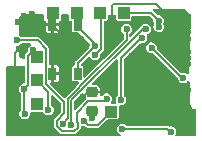
<source format=gbr>
%TF.GenerationSoftware,KiCad,Pcbnew,6.0.8*%
%TF.CreationDate,2022-11-02T10:42:09+03:00*%
%TF.ProjectId,esplog_hv,6573706c-6f67-45f6-9876-2e6b69636164,rev?*%
%TF.SameCoordinates,Original*%
%TF.FileFunction,Copper,L2,Bot*%
%TF.FilePolarity,Positive*%
%FSLAX46Y46*%
G04 Gerber Fmt 4.6, Leading zero omitted, Abs format (unit mm)*
G04 Created by KiCad (PCBNEW 6.0.8) date 2022-11-02 10:42:09*
%MOMM*%
%LPD*%
G01*
G04 APERTURE LIST*
G04 Aperture macros list*
%AMRoundRect*
0 Rectangle with rounded corners*
0 $1 Rounding radius*
0 $2 $3 $4 $5 $6 $7 $8 $9 X,Y pos of 4 corners*
0 Add a 4 corners polygon primitive as box body*
4,1,4,$2,$3,$4,$5,$6,$7,$8,$9,$2,$3,0*
0 Add four circle primitives for the rounded corners*
1,1,$1+$1,$2,$3*
1,1,$1+$1,$4,$5*
1,1,$1+$1,$6,$7*
1,1,$1+$1,$8,$9*
0 Add four rect primitives between the rounded corners*
20,1,$1+$1,$2,$3,$4,$5,0*
20,1,$1+$1,$4,$5,$6,$7,0*
20,1,$1+$1,$6,$7,$8,$9,0*
20,1,$1+$1,$8,$9,$2,$3,0*%
G04 Aperture macros list end*
%TA.AperFunction,SMDPad,CuDef*%
%ADD10R,1.000000X1.000000*%
%TD*%
%TA.AperFunction,SMDPad,CuDef*%
%ADD11R,0.650000X1.050000*%
%TD*%
%TA.AperFunction,SMDPad,CuDef*%
%ADD12RoundRect,0.218750X-0.256250X0.218750X-0.256250X-0.218750X0.256250X-0.218750X0.256250X0.218750X0*%
%TD*%
%TA.AperFunction,ViaPad*%
%ADD13C,0.600000*%
%TD*%
%TA.AperFunction,Conductor*%
%ADD14C,0.200000*%
%TD*%
%TA.AperFunction,Conductor*%
%ADD15C,0.150000*%
%TD*%
G04 APERTURE END LIST*
D10*
%TO.P,TP7,1,1*%
%TO.N,GND*%
X86842600Y-54737000D03*
%TD*%
D11*
%TO.P,SW1,1,1*%
%TO.N,/D+*%
X88976200Y-55702200D03*
X88976200Y-59852200D03*
%TO.P,SW1,2,2*%
%TO.N,GND*%
X86826200Y-59852200D03*
X86826200Y-55702200D03*
%TD*%
D10*
%TO.P,TP4,1,1*%
%TO.N,/D-*%
X90855800Y-54737000D03*
%TD*%
%TO.P,TP5,1,1*%
%TO.N,VCC*%
X92862400Y-54737000D03*
%TD*%
%TO.P,TP2,1,1*%
%TO.N,/D+*%
X88874600Y-54737000D03*
%TD*%
%TO.P,TP1,1,1*%
%TO.N,/GP3*%
X85496400Y-62458600D03*
%TD*%
%TO.P,TP3,1,1*%
%TO.N,/GP4*%
X85496400Y-60426600D03*
%TD*%
D12*
%TO.P,D2,1,K*%
%TO.N,GND*%
X90170000Y-61442500D03*
%TO.P,D2,2,A*%
%TO.N,/LED*%
X90170000Y-63017500D03*
%TD*%
D10*
%TO.P,TP6,1,1*%
%TO.N,+3V3*%
X85496400Y-58420000D03*
%TD*%
%TO.P,TP8,1,1*%
%TO.N,Net-(TP8-Pad1)*%
X91795600Y-63068200D03*
%TD*%
D13*
%TO.N,Net-(TP8-Pad1)*%
X89469856Y-63838677D03*
%TO.N,GND*%
X98323400Y-61264800D03*
X94792800Y-62026800D03*
X84251800Y-64643000D03*
X94234000Y-62026800D03*
X84029900Y-57741829D03*
X98298000Y-56921400D03*
X87165000Y-54979200D03*
X84785200Y-64643000D03*
X94081600Y-58394600D03*
X91536400Y-56763800D03*
X85318600Y-64643000D03*
X83947000Y-55473600D03*
X83642200Y-61137800D03*
X93548200Y-58394600D03*
X84404200Y-54991000D03*
X98323400Y-58521600D03*
X98298000Y-58013600D03*
X86826200Y-59852200D03*
X97104200Y-54610000D03*
X98298000Y-56337200D03*
X98221800Y-57480200D03*
X89255600Y-56946800D03*
X97713800Y-54610000D03*
X98323400Y-59080400D03*
X89418050Y-61833650D03*
X85090000Y-54838600D03*
X85877400Y-64643000D03*
X93700600Y-62001400D03*
%TO.N,+3V3*%
X92633800Y-62103000D03*
X84431912Y-61136507D03*
X94409149Y-56842549D03*
X85217000Y-57886600D03*
X92733400Y-64566800D03*
X96875600Y-64770000D03*
X84478900Y-63253480D03*
%TO.N,Net-(C9-Pad2)*%
X91414600Y-61976000D03*
X83820000Y-57048400D03*
%TO.N,/D-*%
X90424000Y-58293000D03*
%TO.N,/D+*%
X90415046Y-57519344D03*
%TO.N,/SCL*%
X94739525Y-56075900D03*
X88442224Y-64206014D03*
%TO.N,/SDA*%
X87706200Y-64084200D03*
X93109650Y-56117100D03*
%TO.N,/LED*%
X90170000Y-63652400D03*
%TO.N,VCC*%
X95834200Y-55372000D03*
X95834200Y-55880000D03*
%TO.N,/GP3*%
X85501228Y-62510328D03*
%TO.N,/GP4*%
X86490900Y-62928379D03*
%TO.N,Net-(IC1-Pad4)*%
X95224600Y-57658000D03*
X97927800Y-60203500D03*
%TD*%
D14*
%TO.N,Net-(TP8-Pad1)*%
X90686400Y-64177400D02*
X91795600Y-63068200D01*
X89808579Y-64177400D02*
X90686400Y-64177400D01*
X89469856Y-63838677D02*
X89808579Y-64177400D01*
%TO.N,GND*%
X86826200Y-55318000D02*
X87165000Y-54979200D01*
D15*
X95101693Y-57073800D02*
X97561400Y-57073800D01*
X94081600Y-58394600D02*
X93548200Y-58394600D01*
D14*
X89809200Y-61442500D02*
X89418050Y-61833650D01*
D15*
X94081600Y-58093893D02*
X95101693Y-57073800D01*
D14*
X91536400Y-56763800D02*
X91871800Y-56428400D01*
X91871800Y-54102000D02*
X91998800Y-53975000D01*
X86826200Y-55702200D02*
X86826200Y-55318000D01*
X95608000Y-53975000D02*
X97969000Y-56336000D01*
X91998800Y-53975000D02*
X95608000Y-53975000D01*
D15*
X97561400Y-57073800D02*
X98323400Y-57835800D01*
D14*
X91871800Y-56428400D02*
X91871800Y-54102000D01*
X89255600Y-56946800D02*
X88070800Y-56946800D01*
X83642200Y-61137800D02*
X83642200Y-58129529D01*
X90170000Y-61442500D02*
X89809200Y-61442500D01*
X98500000Y-56336000D02*
X98501200Y-56337200D01*
X97969000Y-56336000D02*
X98500000Y-56336000D01*
D15*
X94081600Y-58394600D02*
X94081600Y-58093893D01*
D14*
X88070800Y-56946800D02*
X86826200Y-55702200D01*
X83642200Y-58129529D02*
X84029900Y-57741829D01*
X86826200Y-55702200D02*
X86826200Y-59852200D01*
%TO.N,+3V3*%
X84771400Y-60797019D02*
X84431912Y-61136507D01*
X84431912Y-63206492D02*
X84478900Y-63253480D01*
X92733400Y-64566800D02*
X96568800Y-64566800D01*
X85217000Y-57886600D02*
X84771400Y-58332200D01*
X92633800Y-62103000D02*
X92633800Y-58566537D01*
X84431912Y-61136507D02*
X84431912Y-63206492D01*
X96568800Y-64566800D02*
X96899000Y-64897000D01*
X94357788Y-56842549D02*
X94409149Y-56842549D01*
X84771400Y-58332200D02*
X84771400Y-60797019D01*
X92633800Y-58566537D02*
X94357788Y-56842549D01*
%TO.N,Net-(C9-Pad2)*%
X87833200Y-63214737D02*
X87181200Y-63866737D01*
X88925400Y-63159543D02*
X89880343Y-62204600D01*
X87181200Y-63866737D02*
X87181200Y-64301663D01*
X88967224Y-63988551D02*
X88925400Y-63946727D01*
X87833200Y-63068200D02*
X87833200Y-63214737D01*
X87181200Y-64301663D02*
X87610551Y-64731014D01*
X87610551Y-64731014D02*
X88659687Y-64731014D01*
X83820000Y-57048400D02*
X85574800Y-57048400D01*
X89880343Y-62204600D02*
X91186000Y-62204600D01*
X87833200Y-62280800D02*
X87833200Y-63068200D01*
X88925400Y-63946727D02*
X88925400Y-63159543D01*
X86276200Y-57749800D02*
X86276200Y-60723800D01*
X88967224Y-64423477D02*
X88967224Y-63988551D01*
X86276200Y-60723800D02*
X87833200Y-62280800D01*
X88659687Y-64731014D02*
X88967224Y-64423477D01*
X85574800Y-57048400D02*
X86276200Y-57749800D01*
X91186000Y-62204600D02*
X91414600Y-61976000D01*
%TO.N,/D-*%
X90940046Y-57776954D02*
X90940046Y-54821246D01*
X90424000Y-58293000D02*
X90940046Y-57776954D01*
X90940046Y-54821246D02*
X90855800Y-54737000D01*
D15*
%TO.N,/D+*%
X88976200Y-59852200D02*
X88976200Y-58958190D01*
X88976200Y-58958190D02*
X90415046Y-57519344D01*
D14*
X88976200Y-55924937D02*
X88976200Y-55702200D01*
X90415046Y-57363783D02*
X88976200Y-55924937D01*
X90415046Y-57519344D02*
X90415046Y-57363783D01*
D15*
%TO.N,/SCL*%
X88442224Y-62103074D02*
X88442224Y-64206014D01*
X94469398Y-56075900D02*
X88442224Y-62103074D01*
X94739525Y-56075900D02*
X94469398Y-56075900D01*
%TO.N,/SDA*%
X88167224Y-61972176D02*
X89077800Y-61061600D01*
X93109650Y-56998668D02*
X93109650Y-56117100D01*
X89077800Y-61030518D02*
X93109650Y-56998668D01*
X89077800Y-61061600D02*
X89077800Y-61030518D01*
X87706200Y-64084200D02*
X88167224Y-63623176D01*
X88167224Y-63623176D02*
X88167224Y-63398400D01*
X88167224Y-63398400D02*
X88167224Y-61972176D01*
D14*
%TO.N,VCC*%
X95199200Y-54737000D02*
X92862400Y-54737000D01*
X95834200Y-55372000D02*
X95834200Y-55880000D01*
X95834200Y-55372000D02*
X95199200Y-54737000D01*
%TO.N,/GP4*%
X86490900Y-62928379D02*
X86490900Y-61421100D01*
X86490900Y-61421100D02*
X85496400Y-60426600D01*
%TO.N,Net-(IC1-Pad4)*%
X97770100Y-60203500D02*
X97927800Y-60203500D01*
X95224600Y-57658000D02*
X97770100Y-60203500D01*
%TD*%
%TA.AperFunction,Conductor*%
%TO.N,GND*%
G36*
X98038585Y-54374794D02*
G01*
X98047075Y-54381628D01*
X98492924Y-54782892D01*
X98523529Y-54835873D01*
X98525676Y-54858494D01*
X98425000Y-59791600D01*
X98425019Y-59792580D01*
X98425019Y-59792605D01*
X98425601Y-59822567D01*
X98407827Y-59881114D01*
X98359034Y-59918031D01*
X98297860Y-59919219D01*
X98251622Y-59889111D01*
X98226993Y-59860528D01*
X98221076Y-59856693D01*
X98221074Y-59856691D01*
X98124624Y-59794177D01*
X98118706Y-59790341D01*
X98111950Y-59788321D01*
X98111949Y-59788320D01*
X98054888Y-59771255D01*
X97995073Y-59753366D01*
X97918444Y-59752898D01*
X97873082Y-59752621D01*
X97866031Y-59752578D01*
X97859254Y-59754515D01*
X97859253Y-59754515D01*
X97772262Y-59779377D01*
X97711116Y-59777188D01*
X97675053Y-59754192D01*
X95702784Y-57781924D01*
X95675007Y-57727407D01*
X95675160Y-57695496D01*
X95678962Y-57672894D01*
X95679597Y-57669120D01*
X95679733Y-57658000D01*
X95661439Y-57530259D01*
X95618794Y-57436466D01*
X95610949Y-57419212D01*
X95610948Y-57419211D01*
X95608028Y-57412788D01*
X95523793Y-57315028D01*
X95517876Y-57311193D01*
X95517874Y-57311191D01*
X95421424Y-57248677D01*
X95415506Y-57244841D01*
X95408750Y-57242821D01*
X95408749Y-57242820D01*
X95365935Y-57230016D01*
X95291873Y-57207866D01*
X95215244Y-57207398D01*
X95169882Y-57207121D01*
X95162831Y-57207078D01*
X95156054Y-57209015D01*
X95156053Y-57209015D01*
X95045535Y-57240601D01*
X95045533Y-57240602D01*
X95038755Y-57242539D01*
X94929619Y-57311399D01*
X94844196Y-57408122D01*
X94789354Y-57524932D01*
X94769501Y-57652440D01*
X94770416Y-57659437D01*
X94770416Y-57659438D01*
X94771682Y-57669120D01*
X94786233Y-57780394D01*
X94789071Y-57786845D01*
X94789072Y-57786847D01*
X94835364Y-57892054D01*
X94838205Y-57898510D01*
X94861966Y-57926777D01*
X94916700Y-57991892D01*
X94916703Y-57991894D01*
X94921239Y-57997291D01*
X95028660Y-58068796D01*
X95035388Y-58070898D01*
X95035390Y-58070899D01*
X95090246Y-58088037D01*
X95151833Y-58107278D01*
X95280855Y-58109643D01*
X95280802Y-58112537D01*
X95328609Y-58121753D01*
X95350750Y-58138410D01*
X96405202Y-59192863D01*
X97458296Y-60245957D01*
X97486456Y-60303126D01*
X97489433Y-60325894D01*
X97492273Y-60332348D01*
X97492274Y-60332352D01*
X97533639Y-60426361D01*
X97541405Y-60444010D01*
X97581008Y-60491123D01*
X97619900Y-60537392D01*
X97619903Y-60537394D01*
X97624439Y-60542791D01*
X97731860Y-60614296D01*
X97738588Y-60616398D01*
X97738590Y-60616399D01*
X97786142Y-60631255D01*
X97855033Y-60652778D01*
X97919544Y-60653961D01*
X97977002Y-60655014D01*
X97977004Y-60655014D01*
X97984055Y-60655143D01*
X97990858Y-60653288D01*
X97990860Y-60653288D01*
X98032628Y-60641900D01*
X98108555Y-60621200D01*
X98218524Y-60553679D01*
X98249944Y-60518967D01*
X98267618Y-60499441D01*
X98320686Y-60468987D01*
X98381520Y-60475542D01*
X98426882Y-60516602D01*
X98439997Y-60563955D01*
X98460274Y-61608211D01*
X98475800Y-62407800D01*
X98481812Y-62418488D01*
X98678058Y-62767369D01*
X98704400Y-62814200D01*
X98713884Y-62814652D01*
X98713886Y-62814652D01*
X98849861Y-62821126D01*
X98893009Y-62823181D01*
X98950234Y-62844835D01*
X98983803Y-62895989D01*
X98987300Y-62922069D01*
X98987300Y-65080900D01*
X98968393Y-65139091D01*
X98918893Y-65175055D01*
X98888300Y-65179900D01*
X97333094Y-65179900D01*
X97274903Y-65160993D01*
X97238939Y-65111493D01*
X97238939Y-65050307D01*
X97249889Y-65027858D01*
X97252922Y-65024507D01*
X97262832Y-65004054D01*
X97306112Y-64914724D01*
X97306112Y-64914723D01*
X97309188Y-64908375D01*
X97330597Y-64781120D01*
X97330733Y-64770000D01*
X97312439Y-64642259D01*
X97272431Y-64554266D01*
X97261949Y-64531212D01*
X97261948Y-64531211D01*
X97259028Y-64524788D01*
X97180570Y-64433732D01*
X97179398Y-64432372D01*
X97179397Y-64432371D01*
X97174793Y-64427028D01*
X97168876Y-64423193D01*
X97168874Y-64423191D01*
X97089858Y-64371977D01*
X97066506Y-64356841D01*
X97059750Y-64354821D01*
X97059749Y-64354820D01*
X97010663Y-64340140D01*
X96942873Y-64319866D01*
X96866244Y-64319398D01*
X96820882Y-64319121D01*
X96813831Y-64319078D01*
X96807055Y-64321015D01*
X96807052Y-64321015D01*
X96740135Y-64340140D01*
X96675044Y-64336415D01*
X96674648Y-64336251D01*
X96666541Y-64330834D01*
X96568800Y-64311392D01*
X96559238Y-64313294D01*
X96553688Y-64314398D01*
X96534374Y-64316300D01*
X93157650Y-64316300D01*
X93099459Y-64297393D01*
X93082651Y-64281923D01*
X93037198Y-64229172D01*
X93037197Y-64229171D01*
X93032593Y-64223828D01*
X93026676Y-64219993D01*
X93026674Y-64219991D01*
X92930224Y-64157477D01*
X92924306Y-64153641D01*
X92917550Y-64151621D01*
X92917549Y-64151620D01*
X92874735Y-64138816D01*
X92800673Y-64116666D01*
X92724044Y-64116198D01*
X92678682Y-64115921D01*
X92671631Y-64115878D01*
X92664854Y-64117815D01*
X92664853Y-64117815D01*
X92554335Y-64149401D01*
X92554333Y-64149402D01*
X92547555Y-64151339D01*
X92438419Y-64220199D01*
X92352996Y-64316922D01*
X92298154Y-64433732D01*
X92278301Y-64561240D01*
X92295033Y-64689194D01*
X92297871Y-64695645D01*
X92297872Y-64695647D01*
X92330588Y-64770000D01*
X92347005Y-64807310D01*
X92382775Y-64849864D01*
X92425500Y-64900692D01*
X92425503Y-64900694D01*
X92430039Y-64906091D01*
X92537460Y-64977596D01*
X92544187Y-64979698D01*
X92544192Y-64979700D01*
X92565652Y-64986404D01*
X92615557Y-65021804D01*
X92635124Y-65079776D01*
X92616878Y-65138178D01*
X92567789Y-65174701D01*
X92536130Y-65179900D01*
X88692173Y-65179900D01*
X88665985Y-65171391D01*
X88627201Y-65179900D01*
X87643037Y-65179900D01*
X87616847Y-65171391D01*
X87578065Y-65179900D01*
X83001100Y-65179900D01*
X82942909Y-65160993D01*
X82906945Y-65111493D01*
X82902100Y-65080900D01*
X82902100Y-59331800D01*
X82921007Y-59273609D01*
X82970507Y-59237645D01*
X83001100Y-59232800D01*
X83997800Y-59232800D01*
X83997830Y-59227696D01*
X84009656Y-59223853D01*
X84035131Y-59205345D01*
X84063593Y-59200523D01*
X84419771Y-59192863D01*
X84478355Y-59210515D01*
X84515375Y-59259230D01*
X84520900Y-59291840D01*
X84520900Y-60586899D01*
X84501993Y-60645090D01*
X84452493Y-60681054D01*
X84421296Y-60685897D01*
X84377195Y-60685628D01*
X84370143Y-60685585D01*
X84363366Y-60687522D01*
X84363365Y-60687522D01*
X84252847Y-60719108D01*
X84252845Y-60719109D01*
X84246067Y-60721046D01*
X84136931Y-60789906D01*
X84051508Y-60886629D01*
X83996666Y-61003439D01*
X83976813Y-61130947D01*
X83993545Y-61258901D01*
X83996383Y-61265352D01*
X83996384Y-61265354D01*
X84030329Y-61342500D01*
X84045517Y-61377017D01*
X84087034Y-61426408D01*
X84124012Y-61470399D01*
X84124015Y-61470401D01*
X84128551Y-61475798D01*
X84134421Y-61479705D01*
X84134425Y-61479709D01*
X84137268Y-61481601D01*
X84139024Y-61483821D01*
X84139681Y-61484408D01*
X84139579Y-61484522D01*
X84175232Y-61529584D01*
X84181412Y-61564013D01*
X84181412Y-62872259D01*
X84162505Y-62930450D01*
X84156616Y-62937794D01*
X84098496Y-63003602D01*
X84043654Y-63120412D01*
X84023801Y-63247920D01*
X84024716Y-63254917D01*
X84024716Y-63254918D01*
X84026383Y-63267669D01*
X84040533Y-63375874D01*
X84043371Y-63382325D01*
X84043372Y-63382327D01*
X84077297Y-63459428D01*
X84092505Y-63493990D01*
X84131718Y-63540639D01*
X84171000Y-63587372D01*
X84171003Y-63587374D01*
X84175539Y-63592771D01*
X84282960Y-63664276D01*
X84289688Y-63666378D01*
X84289690Y-63666379D01*
X84344547Y-63683517D01*
X84406133Y-63702758D01*
X84470644Y-63703940D01*
X84528102Y-63704994D01*
X84528104Y-63704994D01*
X84535155Y-63705123D01*
X84541958Y-63703268D01*
X84541960Y-63703268D01*
X84587500Y-63690852D01*
X84659655Y-63671180D01*
X84769624Y-63603659D01*
X84784366Y-63587372D01*
X84851490Y-63513215D01*
X84851490Y-63513214D01*
X84856222Y-63507987D01*
X84912488Y-63391855D01*
X84932778Y-63271251D01*
X84933263Y-63268371D01*
X84933263Y-63268366D01*
X84933897Y-63264600D01*
X84934033Y-63253480D01*
X84929544Y-63222135D01*
X84940011Y-63161851D01*
X84983912Y-63119233D01*
X85027544Y-63109100D01*
X86011220Y-63109100D01*
X86011220Y-63110977D01*
X86063576Y-63122475D01*
X86095302Y-63158085D01*
X86097937Y-63156445D01*
X86101664Y-63162432D01*
X86104505Y-63168889D01*
X86146022Y-63218279D01*
X86183000Y-63262271D01*
X86183003Y-63262273D01*
X86187539Y-63267670D01*
X86294960Y-63339175D01*
X86301688Y-63341277D01*
X86301690Y-63341278D01*
X86329938Y-63350103D01*
X86418133Y-63377657D01*
X86482644Y-63378839D01*
X86540102Y-63379893D01*
X86540104Y-63379893D01*
X86547155Y-63380022D01*
X86553958Y-63378167D01*
X86553960Y-63378167D01*
X86604312Y-63364439D01*
X86671655Y-63346079D01*
X86781624Y-63278558D01*
X86803022Y-63254918D01*
X86863490Y-63188114D01*
X86863490Y-63188113D01*
X86868222Y-63182886D01*
X86903971Y-63109100D01*
X86921412Y-63073103D01*
X86921412Y-63073102D01*
X86924488Y-63066754D01*
X86945897Y-62939499D01*
X86946033Y-62928379D01*
X86927739Y-62800638D01*
X86874328Y-62683167D01*
X86790093Y-62585407D01*
X86784178Y-62581573D01*
X86778858Y-62576932D01*
X86780249Y-62575338D01*
X86748010Y-62535606D01*
X86741400Y-62500037D01*
X86741400Y-61782268D01*
X86760307Y-61724077D01*
X86809807Y-61688113D01*
X86870993Y-61688113D01*
X86910403Y-61712264D01*
X87553704Y-62355565D01*
X87581481Y-62410082D01*
X87582700Y-62425569D01*
X87582700Y-63069969D01*
X87563793Y-63128160D01*
X87553704Y-63139973D01*
X87028413Y-63665264D01*
X87013410Y-63677576D01*
X87000599Y-63686136D01*
X86966213Y-63737599D01*
X86945234Y-63768996D01*
X86925792Y-63866737D01*
X86927694Y-63876299D01*
X86928798Y-63881849D01*
X86930700Y-63901163D01*
X86930700Y-64267237D01*
X86928798Y-64286551D01*
X86925792Y-64301663D01*
X86927694Y-64311225D01*
X86943175Y-64389051D01*
X86945234Y-64399404D01*
X86950653Y-64407514D01*
X86961267Y-64423399D01*
X86967555Y-64432809D01*
X87000599Y-64482264D01*
X87008708Y-64487682D01*
X87008709Y-64487683D01*
X87013410Y-64490824D01*
X87028413Y-64503136D01*
X87409078Y-64883801D01*
X87421390Y-64898804D01*
X87422652Y-64900692D01*
X87429950Y-64911615D01*
X87438059Y-64917033D01*
X87483012Y-64947069D01*
X87483014Y-64947072D01*
X87483015Y-64947071D01*
X87512810Y-64966980D01*
X87566180Y-64977596D01*
X87597379Y-64983802D01*
X87608931Y-64990271D01*
X87623718Y-64983803D01*
X87625658Y-64983417D01*
X87644977Y-64981514D01*
X88625261Y-64981514D01*
X88644580Y-64983417D01*
X88646520Y-64983803D01*
X88658069Y-64990271D01*
X88672859Y-64983802D01*
X88704058Y-64977596D01*
X88757428Y-64966980D01*
X88787223Y-64947071D01*
X88787223Y-64947072D01*
X88787226Y-64947069D01*
X88832179Y-64917033D01*
X88840288Y-64911615D01*
X88847587Y-64900692D01*
X88848848Y-64898804D01*
X88861160Y-64883801D01*
X89120011Y-64624950D01*
X89135014Y-64612638D01*
X89139715Y-64609497D01*
X89139716Y-64609496D01*
X89147825Y-64604078D01*
X89192224Y-64537629D01*
X89203190Y-64521218D01*
X89222632Y-64423477D01*
X89219626Y-64408365D01*
X89217724Y-64389051D01*
X89217724Y-64366567D01*
X89236631Y-64308376D01*
X89286131Y-64272412D01*
X89346246Y-64272071D01*
X89390356Y-64285852D01*
X89390360Y-64285853D01*
X89397089Y-64287955D01*
X89526111Y-64290320D01*
X89526058Y-64293214D01*
X89573865Y-64302430D01*
X89596003Y-64319085D01*
X89607110Y-64330192D01*
X89619418Y-64345190D01*
X89627978Y-64358001D01*
X89648895Y-64371977D01*
X89648896Y-64371978D01*
X89710839Y-64413366D01*
X89808579Y-64432809D01*
X89818141Y-64430907D01*
X89818147Y-64430907D01*
X89823695Y-64429803D01*
X89843010Y-64427900D01*
X90651974Y-64427900D01*
X90671288Y-64429802D01*
X90686400Y-64432808D01*
X90695962Y-64430906D01*
X90774576Y-64415269D01*
X90774578Y-64415268D01*
X90784141Y-64413366D01*
X90792900Y-64407514D01*
X90824799Y-64386199D01*
X90858891Y-64363420D01*
X90858892Y-64363419D01*
X90867001Y-64358001D01*
X90875561Y-64345190D01*
X90887873Y-64330187D01*
X91470365Y-63747696D01*
X91524882Y-63719919D01*
X91540369Y-63718700D01*
X92310420Y-63718700D01*
X92315178Y-63717753D01*
X92315183Y-63717753D01*
X92344761Y-63711869D01*
X92344762Y-63711869D01*
X92354322Y-63709967D01*
X92404104Y-63676704D01*
X92420384Y-63652339D01*
X92431951Y-63635028D01*
X92431951Y-63635027D01*
X92437367Y-63626922D01*
X92441260Y-63607351D01*
X92445153Y-63587783D01*
X92445153Y-63587778D01*
X92446100Y-63583020D01*
X92446100Y-62648975D01*
X92465007Y-62590784D01*
X92514507Y-62554820D01*
X92558366Y-62551445D01*
X92561033Y-62552278D01*
X92619358Y-62553347D01*
X92683002Y-62554514D01*
X92683004Y-62554514D01*
X92690055Y-62554643D01*
X92696858Y-62552788D01*
X92696860Y-62552788D01*
X92738628Y-62541400D01*
X92814555Y-62520700D01*
X92924524Y-62453179D01*
X92957089Y-62417202D01*
X93006390Y-62362735D01*
X93006390Y-62362734D01*
X93011122Y-62357507D01*
X93067388Y-62241375D01*
X93088797Y-62114120D01*
X93088933Y-62103000D01*
X93070639Y-61975259D01*
X93036365Y-61899878D01*
X93020149Y-61864212D01*
X93020148Y-61864211D01*
X93017228Y-61857788D01*
X92932993Y-61760028D01*
X92927078Y-61756194D01*
X92921758Y-61751553D01*
X92923149Y-61749959D01*
X92890910Y-61710227D01*
X92884300Y-61674658D01*
X92884300Y-58711305D01*
X92903207Y-58653114D01*
X92913296Y-58641301D01*
X94238080Y-57316517D01*
X94292597Y-57288740D01*
X94323911Y-57288794D01*
X94329647Y-57289723D01*
X94336382Y-57291827D01*
X94405983Y-57293103D01*
X94458351Y-57294063D01*
X94458353Y-57294063D01*
X94465404Y-57294192D01*
X94472207Y-57292337D01*
X94472209Y-57292337D01*
X94538351Y-57274304D01*
X94589904Y-57260249D01*
X94699873Y-57192728D01*
X94786471Y-57097056D01*
X94842737Y-56980924D01*
X94855466Y-56905262D01*
X94863512Y-56857440D01*
X94863512Y-56857435D01*
X94864146Y-56853669D01*
X94864282Y-56842549D01*
X94845988Y-56714808D01*
X94812843Y-56641909D01*
X94805970Y-56581112D01*
X94836145Y-56527885D01*
X94876925Y-56505420D01*
X94920280Y-56493600D01*
X95030249Y-56426079D01*
X95056926Y-56396607D01*
X95112115Y-56335635D01*
X95112115Y-56335634D01*
X95116847Y-56330407D01*
X95173113Y-56214275D01*
X95187591Y-56128220D01*
X95193888Y-56090791D01*
X95193888Y-56090786D01*
X95194522Y-56087020D01*
X95194658Y-56075900D01*
X95176364Y-55948159D01*
X95122953Y-55830688D01*
X95038718Y-55732928D01*
X95032801Y-55729093D01*
X95032799Y-55729091D01*
X94936349Y-55666577D01*
X94930431Y-55662741D01*
X94923675Y-55660721D01*
X94923674Y-55660720D01*
X94880694Y-55647866D01*
X94806798Y-55625766D01*
X94730169Y-55625298D01*
X94684807Y-55625021D01*
X94677756Y-55624978D01*
X94670979Y-55626915D01*
X94670978Y-55626915D01*
X94560460Y-55658501D01*
X94560458Y-55658502D01*
X94553680Y-55660439D01*
X94547716Y-55664202D01*
X94543335Y-55666966D01*
X94444544Y-55729299D01*
X94359121Y-55826022D01*
X94356126Y-55832402D01*
X94356123Y-55832406D01*
X94333414Y-55880776D01*
X94312096Y-55906566D01*
X94313456Y-55907790D01*
X94306492Y-55915525D01*
X94298075Y-55921640D01*
X94292872Y-55930652D01*
X94287089Y-55937075D01*
X94279738Y-55946655D01*
X93504154Y-56722239D01*
X93449637Y-56750016D01*
X93389205Y-56740445D01*
X93345940Y-56697180D01*
X93335150Y-56652235D01*
X93335150Y-56562712D01*
X93354057Y-56504521D01*
X93382347Y-56478348D01*
X93400374Y-56467279D01*
X93437510Y-56426252D01*
X93482240Y-56376835D01*
X93482240Y-56376834D01*
X93486972Y-56371607D01*
X93543238Y-56255475D01*
X93562710Y-56139735D01*
X93564013Y-56131991D01*
X93564013Y-56131986D01*
X93564647Y-56128220D01*
X93564783Y-56117100D01*
X93546489Y-55989359D01*
X93500085Y-55887299D01*
X93495999Y-55878312D01*
X93495998Y-55878311D01*
X93493078Y-55871888D01*
X93408843Y-55774128D01*
X93402926Y-55770293D01*
X93402924Y-55770291D01*
X93306474Y-55707777D01*
X93300556Y-55703941D01*
X93293800Y-55701921D01*
X93293799Y-55701920D01*
X93250985Y-55689116D01*
X93176923Y-55666966D01*
X93100294Y-55666498D01*
X93054932Y-55666221D01*
X93047881Y-55666178D01*
X93041104Y-55668115D01*
X93041103Y-55668115D01*
X92930585Y-55699701D01*
X92930583Y-55699702D01*
X92923805Y-55701639D01*
X92814669Y-55770499D01*
X92729246Y-55867222D01*
X92674404Y-55984032D01*
X92654551Y-56111540D01*
X92655466Y-56118537D01*
X92655466Y-56118538D01*
X92656430Y-56125909D01*
X92671283Y-56239494D01*
X92674121Y-56245945D01*
X92674122Y-56245947D01*
X92720414Y-56351154D01*
X92723255Y-56357610D01*
X92764516Y-56406696D01*
X92801750Y-56450992D01*
X92801753Y-56450994D01*
X92806289Y-56456391D01*
X92839271Y-56478345D01*
X92840007Y-56478835D01*
X92877971Y-56526818D01*
X92884150Y-56561247D01*
X92884150Y-56864254D01*
X92865243Y-56922445D01*
X92855154Y-56934258D01*
X91190087Y-58599326D01*
X89620704Y-60168709D01*
X89566187Y-60196486D01*
X89505755Y-60186915D01*
X89462490Y-60143650D01*
X89451700Y-60098705D01*
X89451700Y-59312380D01*
X89442967Y-59268478D01*
X89409704Y-59218696D01*
X89371042Y-59192863D01*
X89368028Y-59190849D01*
X89368027Y-59190849D01*
X89359922Y-59185433D01*
X89350362Y-59183531D01*
X89350361Y-59183531D01*
X89320783Y-59177647D01*
X89320778Y-59177647D01*
X89316020Y-59176700D01*
X89311163Y-59176700D01*
X89306318Y-59176223D01*
X89306560Y-59173762D01*
X89257413Y-59157793D01*
X89221449Y-59108293D01*
X89221449Y-59047107D01*
X89245600Y-59007696D01*
X89838158Y-58415138D01*
X89892675Y-58387361D01*
X89953107Y-58396932D01*
X89998778Y-58445270D01*
X90034764Y-58527054D01*
X90037605Y-58533510D01*
X90062698Y-58563362D01*
X90116100Y-58626892D01*
X90116103Y-58626894D01*
X90120639Y-58632291D01*
X90228060Y-58703796D01*
X90234788Y-58705898D01*
X90234790Y-58705899D01*
X90279644Y-58719912D01*
X90351233Y-58742278D01*
X90415744Y-58743461D01*
X90473202Y-58744514D01*
X90473204Y-58744514D01*
X90480255Y-58744643D01*
X90487058Y-58742788D01*
X90487060Y-58742788D01*
X90528828Y-58731400D01*
X90604755Y-58710700D01*
X90714724Y-58643179D01*
X90724579Y-58632291D01*
X90796590Y-58552735D01*
X90796590Y-58552734D01*
X90801322Y-58547507D01*
X90857588Y-58431375D01*
X90878997Y-58304120D01*
X90879133Y-58293000D01*
X90873517Y-58253785D01*
X90883984Y-58193502D01*
X90901513Y-58169747D01*
X91092833Y-57978427D01*
X91107836Y-57966115D01*
X91112537Y-57962974D01*
X91112538Y-57962973D01*
X91120647Y-57957555D01*
X91172573Y-57879841D01*
X91176012Y-57874695D01*
X91195454Y-57776954D01*
X91192448Y-57761842D01*
X91190546Y-57742528D01*
X91190546Y-55486500D01*
X91209453Y-55428309D01*
X91258953Y-55392345D01*
X91289546Y-55387500D01*
X91370620Y-55387500D01*
X91375378Y-55386553D01*
X91375383Y-55386553D01*
X91404961Y-55380669D01*
X91404962Y-55380669D01*
X91414522Y-55378767D01*
X91423031Y-55373082D01*
X91456194Y-55350923D01*
X91464304Y-55345504D01*
X91497567Y-55295722D01*
X91506300Y-55251820D01*
X91506300Y-54960234D01*
X91525207Y-54902043D01*
X91574707Y-54866079D01*
X91605595Y-54861234D01*
X92113196Y-54862749D01*
X92171330Y-54881830D01*
X92207145Y-54931437D01*
X92211900Y-54961749D01*
X92211900Y-55251820D01*
X92220633Y-55295722D01*
X92253896Y-55345504D01*
X92262006Y-55350923D01*
X92295170Y-55373082D01*
X92303678Y-55378767D01*
X92313238Y-55380669D01*
X92313239Y-55380669D01*
X92342817Y-55386553D01*
X92342822Y-55386553D01*
X92347580Y-55387500D01*
X93377220Y-55387500D01*
X93381978Y-55386553D01*
X93381983Y-55386553D01*
X93411561Y-55380669D01*
X93411562Y-55380669D01*
X93421122Y-55378767D01*
X93429631Y-55373082D01*
X93462794Y-55350923D01*
X93470904Y-55345504D01*
X93504167Y-55295722D01*
X93512900Y-55251820D01*
X93512900Y-55086500D01*
X93531807Y-55028309D01*
X93581307Y-54992345D01*
X93611900Y-54987500D01*
X95054433Y-54987500D01*
X95112624Y-55006407D01*
X95124437Y-55016497D01*
X95356385Y-55248446D01*
X95384162Y-55302962D01*
X95384202Y-55333678D01*
X95379101Y-55366440D01*
X95380016Y-55373437D01*
X95380016Y-55373438D01*
X95380962Y-55380669D01*
X95395833Y-55494394D01*
X95398671Y-55500845D01*
X95398672Y-55500847D01*
X95436575Y-55586988D01*
X95442705Y-55647866D01*
X95435574Y-55668933D01*
X95398954Y-55746932D01*
X95379101Y-55874440D01*
X95380016Y-55881437D01*
X95380016Y-55881438D01*
X95381282Y-55891120D01*
X95395833Y-56002394D01*
X95398671Y-56008845D01*
X95398672Y-56008847D01*
X95443858Y-56111540D01*
X95447805Y-56120510D01*
X95489322Y-56169901D01*
X95526300Y-56213892D01*
X95526303Y-56213894D01*
X95530839Y-56219291D01*
X95638260Y-56290796D01*
X95644988Y-56292898D01*
X95644990Y-56292899D01*
X95699846Y-56310037D01*
X95761433Y-56329278D01*
X95825944Y-56330460D01*
X95883402Y-56331514D01*
X95883404Y-56331514D01*
X95890455Y-56331643D01*
X95897258Y-56329788D01*
X95897260Y-56329788D01*
X95957581Y-56313342D01*
X96014955Y-56297700D01*
X96124924Y-56230179D01*
X96211522Y-56134507D01*
X96267788Y-56018375D01*
X96281466Y-55937075D01*
X96288563Y-55894891D01*
X96288563Y-55894886D01*
X96289197Y-55891120D01*
X96289333Y-55880000D01*
X96271039Y-55752259D01*
X96232781Y-55668115D01*
X96231968Y-55666327D01*
X96225095Y-55605529D01*
X96232996Y-55582185D01*
X96264712Y-55516724D01*
X96264712Y-55516723D01*
X96267788Y-55510375D01*
X96278796Y-55444941D01*
X96288563Y-55386891D01*
X96288563Y-55386886D01*
X96289197Y-55383120D01*
X96289333Y-55372000D01*
X96271039Y-55244259D01*
X96217628Y-55126788D01*
X96133393Y-55029028D01*
X96127476Y-55025193D01*
X96127474Y-55025191D01*
X96031024Y-54962677D01*
X96025106Y-54958841D01*
X96018350Y-54956821D01*
X96018349Y-54956820D01*
X95974252Y-54943632D01*
X95901473Y-54921866D01*
X95777978Y-54921112D01*
X95719903Y-54901850D01*
X95708578Y-54892118D01*
X95400673Y-54584213D01*
X95388361Y-54569210D01*
X95385218Y-54564506D01*
X95385217Y-54564505D01*
X95379801Y-54556399D01*
X95371693Y-54550981D01*
X95364799Y-54544088D01*
X95366000Y-54542887D01*
X95335268Y-54503910D01*
X95332861Y-54442772D01*
X95366850Y-54391895D01*
X95427587Y-54370639D01*
X96735393Y-54363250D01*
X97980290Y-54356216D01*
X98038585Y-54374794D01*
G37*
%TD.AperFunction*%
%TA.AperFunction,Conductor*%
G36*
X89440946Y-61520001D02*
G01*
X89484211Y-61563266D01*
X89495001Y-61608211D01*
X89495001Y-61690312D01*
X89495610Y-61698054D01*
X89509312Y-61784570D01*
X89514067Y-61799203D01*
X89567215Y-61903514D01*
X89576257Y-61915959D01*
X89625487Y-61965189D01*
X89653264Y-62019706D01*
X89643693Y-62080138D01*
X89625490Y-62105193D01*
X88836728Y-62893955D01*
X88782211Y-62921732D01*
X88721779Y-62912161D01*
X88678514Y-62868896D01*
X88667724Y-62823951D01*
X88667724Y-62237488D01*
X88686631Y-62179297D01*
X88696720Y-62167484D01*
X89325997Y-61538207D01*
X89380514Y-61510430D01*
X89440946Y-61520001D01*
G37*
%TD.AperFunction*%
%TA.AperFunction,Conductor*%
G36*
X92329245Y-58631702D02*
G01*
X92372510Y-58674967D01*
X92383300Y-58719912D01*
X92383300Y-61674110D01*
X92364393Y-61732301D01*
X92348466Y-61749501D01*
X92344782Y-61752636D01*
X92338819Y-61756399D01*
X92253396Y-61853122D01*
X92198554Y-61969932D01*
X92178701Y-62097440D01*
X92179616Y-62104437D01*
X92179616Y-62104438D01*
X92181375Y-62117891D01*
X92195433Y-62225394D01*
X92198272Y-62231846D01*
X92198273Y-62231850D01*
X92218944Y-62278829D01*
X92225074Y-62339706D01*
X92194250Y-62392560D01*
X92138246Y-62417202D01*
X92128328Y-62417700D01*
X91845627Y-62417700D01*
X91787436Y-62398793D01*
X91751472Y-62349293D01*
X91751472Y-62288107D01*
X91772229Y-62252265D01*
X91787187Y-62235739D01*
X91787189Y-62235736D01*
X91791922Y-62230507D01*
X91848188Y-62114375D01*
X91869597Y-61987120D01*
X91869733Y-61976000D01*
X91851439Y-61848259D01*
X91806536Y-61749501D01*
X91800949Y-61737212D01*
X91800948Y-61737211D01*
X91798028Y-61730788D01*
X91713793Y-61633028D01*
X91707876Y-61629193D01*
X91707874Y-61629191D01*
X91611424Y-61566677D01*
X91605506Y-61562841D01*
X91598750Y-61560821D01*
X91598749Y-61560820D01*
X91523137Y-61538207D01*
X91481873Y-61525866D01*
X91405244Y-61525398D01*
X91359882Y-61525121D01*
X91352831Y-61525078D01*
X91346054Y-61527015D01*
X91346053Y-61527015D01*
X91235535Y-61558601D01*
X91235533Y-61558602D01*
X91228755Y-61560539D01*
X91119619Y-61629399D01*
X91034196Y-61726122D01*
X91031200Y-61732504D01*
X91027326Y-61738401D01*
X91024814Y-61736751D01*
X90991756Y-61772005D01*
X90931663Y-61783513D01*
X90876282Y-61757502D01*
X90846767Y-61703906D01*
X90845000Y-61685285D01*
X90845000Y-61558180D01*
X90840878Y-61545495D01*
X90836757Y-61542500D01*
X90169000Y-61542500D01*
X90110809Y-61523593D01*
X90074845Y-61474093D01*
X90070000Y-61443500D01*
X90070000Y-61441500D01*
X90088907Y-61383309D01*
X90138407Y-61347345D01*
X90169000Y-61342500D01*
X90829319Y-61342500D01*
X90842004Y-61338378D01*
X90844999Y-61334257D01*
X90844999Y-61194688D01*
X90844390Y-61186946D01*
X90830688Y-61100430D01*
X90825933Y-61085797D01*
X90772785Y-60981486D01*
X90763743Y-60969041D01*
X90680959Y-60886257D01*
X90668514Y-60877215D01*
X90564204Y-60824067D01*
X90549569Y-60819312D01*
X90463053Y-60805609D01*
X90455314Y-60805000D01*
X90298212Y-60805000D01*
X90240021Y-60786093D01*
X90204057Y-60736593D01*
X90204057Y-60675407D01*
X90228208Y-60635996D01*
X92214296Y-58649908D01*
X92268813Y-58622131D01*
X92329245Y-58631702D01*
G37*
%TD.AperFunction*%
%TA.AperFunction,Conductor*%
G36*
X85305626Y-54842428D02*
G01*
X86043896Y-54844632D01*
X86102030Y-54863713D01*
X86137845Y-54913321D01*
X86142600Y-54943632D01*
X86142600Y-55251840D01*
X86143548Y-55261462D01*
X86152302Y-55305474D01*
X86159621Y-55323142D01*
X86192989Y-55373082D01*
X86206518Y-55386611D01*
X86257201Y-55420476D01*
X86295081Y-55468526D01*
X86301200Y-55502792D01*
X86301200Y-55586520D01*
X86305322Y-55599205D01*
X86309443Y-55602200D01*
X86710520Y-55602200D01*
X86723205Y-55598078D01*
X86726200Y-55593957D01*
X86726200Y-54983697D01*
X86741423Y-54936846D01*
X86742600Y-54929411D01*
X86742600Y-54846718D01*
X86942600Y-54847315D01*
X86942600Y-55430503D01*
X86927377Y-55477354D01*
X86926200Y-55484789D01*
X86926200Y-55586520D01*
X86930322Y-55599205D01*
X86934443Y-55602200D01*
X87335520Y-55602200D01*
X87348205Y-55598078D01*
X87351200Y-55593957D01*
X87351200Y-55518248D01*
X87370107Y-55460057D01*
X87412315Y-55426783D01*
X87428745Y-55419978D01*
X87478682Y-55386611D01*
X87492211Y-55373082D01*
X87525579Y-55323142D01*
X87532898Y-55305474D01*
X87541652Y-55261462D01*
X87542600Y-55251840D01*
X87542600Y-54948402D01*
X87561507Y-54890211D01*
X87611007Y-54854247D01*
X87641895Y-54849402D01*
X88125396Y-54850845D01*
X88183530Y-54869926D01*
X88219345Y-54919533D01*
X88224100Y-54949845D01*
X88224100Y-55251820D01*
X88232833Y-55295722D01*
X88266096Y-55345504D01*
X88274206Y-55350923D01*
X88307370Y-55373082D01*
X88315878Y-55378767D01*
X88325438Y-55380669D01*
X88325439Y-55380669D01*
X88355017Y-55386553D01*
X88355022Y-55386553D01*
X88359780Y-55387500D01*
X88401700Y-55387500D01*
X88459891Y-55406407D01*
X88495855Y-55455907D01*
X88500700Y-55486500D01*
X88500700Y-56242020D01*
X88501647Y-56246778D01*
X88501647Y-56246783D01*
X88502618Y-56251662D01*
X88509433Y-56285922D01*
X88514849Y-56294027D01*
X88514849Y-56294028D01*
X88527754Y-56313342D01*
X88542696Y-56335704D01*
X88550806Y-56341123D01*
X88583970Y-56363282D01*
X88592478Y-56368967D01*
X88602038Y-56370869D01*
X88602039Y-56370869D01*
X88631617Y-56376753D01*
X88631622Y-56376753D01*
X88636380Y-56377700D01*
X89033695Y-56377700D01*
X89091886Y-56396607D01*
X89103699Y-56406696D01*
X89963708Y-57266706D01*
X89991485Y-57321223D01*
X89984147Y-57372930D01*
X89984860Y-57373148D01*
X89983473Y-57377686D01*
X89983316Y-57378786D01*
X89979800Y-57386276D01*
X89978715Y-57393247D01*
X89978714Y-57393249D01*
X89972108Y-57435678D01*
X89959947Y-57513784D01*
X89960862Y-57520781D01*
X89960862Y-57520784D01*
X89970016Y-57590789D01*
X89958813Y-57650940D01*
X89941856Y-57673629D01*
X88822750Y-58792735D01*
X88818990Y-58796302D01*
X88789691Y-58822683D01*
X88785459Y-58832189D01*
X88780585Y-58843136D01*
X88773171Y-58856791D01*
X88760974Y-58875572D01*
X88759346Y-58885849D01*
X88756554Y-58893123D01*
X88754932Y-58900753D01*
X88750700Y-58910258D01*
X88750700Y-58932651D01*
X88749481Y-58948137D01*
X88745978Y-58970255D01*
X88748670Y-58980301D01*
X88749122Y-58988929D01*
X88750700Y-59000913D01*
X88750700Y-59077700D01*
X88731793Y-59135891D01*
X88682293Y-59171855D01*
X88651700Y-59176700D01*
X88636380Y-59176700D01*
X88631622Y-59177647D01*
X88631617Y-59177647D01*
X88602039Y-59183531D01*
X88602038Y-59183531D01*
X88592478Y-59185433D01*
X88584373Y-59190849D01*
X88584372Y-59190849D01*
X88581358Y-59192863D01*
X88542696Y-59218696D01*
X88509433Y-59268478D01*
X88500700Y-59312380D01*
X88500700Y-60392020D01*
X88509433Y-60435922D01*
X88514849Y-60444027D01*
X88514849Y-60444028D01*
X88527754Y-60463342D01*
X88542696Y-60485704D01*
X88550806Y-60491123D01*
X88583970Y-60513282D01*
X88592478Y-60518967D01*
X88602038Y-60520869D01*
X88602039Y-60520869D01*
X88631617Y-60526753D01*
X88631622Y-60526753D01*
X88636380Y-60527700D01*
X89022705Y-60527700D01*
X89080896Y-60546607D01*
X89116860Y-60596107D01*
X89116860Y-60657293D01*
X89092709Y-60696704D01*
X88924350Y-60865063D01*
X88920590Y-60868630D01*
X88906469Y-60881345D01*
X88891291Y-60895011D01*
X88887059Y-60904517D01*
X88882185Y-60915464D01*
X88874771Y-60929119D01*
X88862574Y-60947900D01*
X88862438Y-60948757D01*
X88845214Y-60975281D01*
X88013774Y-61806721D01*
X88010014Y-61810288D01*
X87980715Y-61836669D01*
X87975555Y-61848259D01*
X87971609Y-61857122D01*
X87964193Y-61870780D01*
X87957246Y-61881476D01*
X87909694Y-61919979D01*
X87848592Y-61923177D01*
X87804217Y-61897556D01*
X86652864Y-60746204D01*
X86625087Y-60691687D01*
X86634658Y-60631255D01*
X86677923Y-60587990D01*
X86696120Y-60583621D01*
X86695608Y-60582045D01*
X86723205Y-60573078D01*
X86726200Y-60568957D01*
X86726200Y-60561520D01*
X86926200Y-60561520D01*
X86930322Y-60574205D01*
X86934443Y-60577200D01*
X87166040Y-60577200D01*
X87175662Y-60576252D01*
X87219674Y-60567498D01*
X87237342Y-60560179D01*
X87287282Y-60526811D01*
X87300811Y-60513282D01*
X87334179Y-60463342D01*
X87341498Y-60445674D01*
X87350252Y-60401662D01*
X87351200Y-60392040D01*
X87351200Y-59967880D01*
X87347078Y-59955195D01*
X87342957Y-59952200D01*
X86941880Y-59952200D01*
X86929195Y-59956322D01*
X86926200Y-59960443D01*
X86926200Y-60561520D01*
X86726200Y-60561520D01*
X86726200Y-59736520D01*
X86926200Y-59736520D01*
X86930322Y-59749205D01*
X86934443Y-59752200D01*
X87335520Y-59752200D01*
X87348205Y-59748078D01*
X87351200Y-59743957D01*
X87351200Y-59312360D01*
X87350252Y-59302738D01*
X87341498Y-59258726D01*
X87334179Y-59241058D01*
X87300811Y-59191118D01*
X87287282Y-59177589D01*
X87237342Y-59144221D01*
X87219674Y-59136902D01*
X87175662Y-59128148D01*
X87166040Y-59127200D01*
X86941880Y-59127200D01*
X86929195Y-59131322D01*
X86926200Y-59135443D01*
X86926200Y-59736520D01*
X86726200Y-59736520D01*
X86726200Y-59142880D01*
X86722078Y-59130195D01*
X86717957Y-59127200D01*
X86625700Y-59127200D01*
X86567509Y-59108293D01*
X86531545Y-59058793D01*
X86526700Y-59028200D01*
X86526700Y-57784226D01*
X86528603Y-57764911D01*
X86529706Y-57759366D01*
X86529706Y-57759362D01*
X86531608Y-57749800D01*
X86517567Y-57679214D01*
X86512166Y-57652060D01*
X86456801Y-57569199D01*
X86443990Y-57560639D01*
X86428987Y-57548327D01*
X85776273Y-56895613D01*
X85763961Y-56880610D01*
X85760818Y-56875906D01*
X85760817Y-56875905D01*
X85755401Y-56867799D01*
X85702339Y-56832345D01*
X85702337Y-56832342D01*
X85702336Y-56832343D01*
X85672541Y-56812434D01*
X85574800Y-56792992D01*
X85565238Y-56794894D01*
X85559688Y-56795998D01*
X85540374Y-56797900D01*
X84244250Y-56797900D01*
X84186059Y-56778993D01*
X84169251Y-56763523D01*
X84123798Y-56710772D01*
X84123797Y-56710771D01*
X84119193Y-56705428D01*
X84113276Y-56701593D01*
X84113274Y-56701591D01*
X84058273Y-56665942D01*
X84019726Y-56618425D01*
X84013121Y-56582294D01*
X84015088Y-56242040D01*
X86301200Y-56242040D01*
X86302148Y-56251662D01*
X86310902Y-56295674D01*
X86318221Y-56313342D01*
X86351589Y-56363282D01*
X86365118Y-56376811D01*
X86415058Y-56410179D01*
X86432726Y-56417498D01*
X86476738Y-56426252D01*
X86486360Y-56427200D01*
X86710520Y-56427200D01*
X86723205Y-56423078D01*
X86726200Y-56418957D01*
X86726200Y-56411520D01*
X86926200Y-56411520D01*
X86930322Y-56424205D01*
X86934443Y-56427200D01*
X87166040Y-56427200D01*
X87175662Y-56426252D01*
X87219674Y-56417498D01*
X87237342Y-56410179D01*
X87287282Y-56376811D01*
X87300811Y-56363282D01*
X87334179Y-56313342D01*
X87341498Y-56295674D01*
X87350252Y-56251662D01*
X87351200Y-56242040D01*
X87351200Y-55817880D01*
X87347078Y-55805195D01*
X87342957Y-55802200D01*
X86941880Y-55802200D01*
X86929195Y-55806322D01*
X86926200Y-55810443D01*
X86926200Y-56411520D01*
X86726200Y-56411520D01*
X86726200Y-55817880D01*
X86722078Y-55805195D01*
X86717957Y-55802200D01*
X86316880Y-55802200D01*
X86304195Y-55806322D01*
X86301200Y-55810443D01*
X86301200Y-56242040D01*
X84015088Y-56242040D01*
X84021606Y-55114446D01*
X84042758Y-55053854D01*
X84097881Y-54983697D01*
X84181604Y-54877141D01*
X84232421Y-54843067D01*
X84259743Y-54839306D01*
X85305626Y-54842428D01*
G37*
%TD.AperFunction*%
%TA.AperFunction,Conductor*%
G36*
X85019896Y-57317807D02*
G01*
X85055860Y-57367307D01*
X85055860Y-57428493D01*
X85019896Y-57477993D01*
X85014538Y-57481623D01*
X84922019Y-57539999D01*
X84836596Y-57636722D01*
X84781754Y-57753532D01*
X84761901Y-57881040D01*
X84764892Y-57903909D01*
X84767882Y-57926777D01*
X84756680Y-57986928D01*
X84739722Y-58009617D01*
X84618615Y-58130725D01*
X84603614Y-58143036D01*
X84590799Y-58151599D01*
X84585381Y-58159708D01*
X84585379Y-58159710D01*
X84578673Y-58169747D01*
X84561627Y-58195259D01*
X84535434Y-58234459D01*
X84533532Y-58244022D01*
X84533531Y-58244024D01*
X84521577Y-58304120D01*
X84515992Y-58332200D01*
X84517894Y-58341762D01*
X84518998Y-58347312D01*
X84520900Y-58366626D01*
X84520900Y-58505171D01*
X84501993Y-58563362D01*
X84452493Y-58599326D01*
X84391300Y-58599323D01*
X84106699Y-58506827D01*
X84054927Y-58467591D01*
X84041745Y-58447817D01*
X84019476Y-58414414D01*
X84002851Y-58358927D01*
X84002951Y-58341762D01*
X84007720Y-57516638D01*
X84026963Y-57458557D01*
X84054915Y-57432846D01*
X84110724Y-57398579D01*
X84115549Y-57393249D01*
X84171473Y-57331464D01*
X84224541Y-57301010D01*
X84244871Y-57298900D01*
X84961705Y-57298900D01*
X85019896Y-57317807D01*
G37*
%TD.AperFunction*%
%TD*%
M02*

</source>
